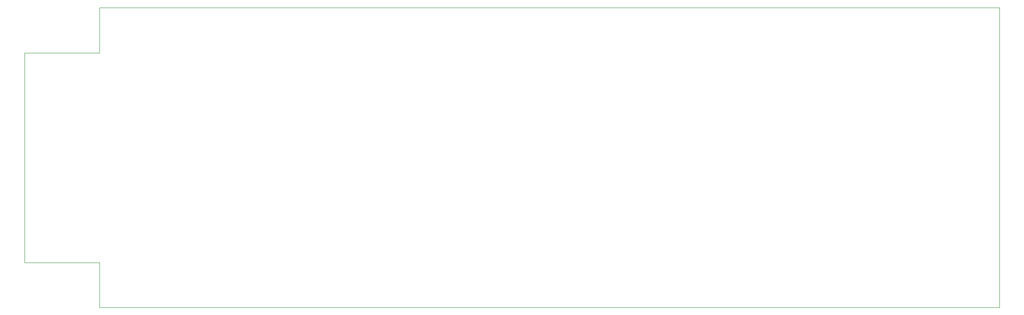
<source format=gbr>
G04 #@! TF.GenerationSoftware,KiCad,Pcbnew,5.1.5-52549c5~84~ubuntu18.04.1*
G04 #@! TF.CreationDate,2020-05-02T14:29:48+09:30*
G04 #@! TF.ProjectId,FrontEndMain,46726f6e-7445-46e6-944d-61696e2e6b69,rev?*
G04 #@! TF.SameCoordinates,Original*
G04 #@! TF.FileFunction,Profile,NP*
%FSLAX46Y46*%
G04 Gerber Fmt 4.6, Leading zero omitted, Abs format (unit mm)*
G04 Created by KiCad (PCBNEW 5.1.5-52549c5~84~ubuntu18.04.1) date 2020-05-02 14:29:48*
%MOMM*%
%LPD*%
G04 APERTURE LIST*
%ADD10C,0.050000*%
G04 APERTURE END LIST*
D10*
X54000000Y-94300000D02*
X54000000Y-103270000D01*
X54000000Y-94300000D02*
X54000000Y-94300000D01*
X54000000Y-52300000D02*
X54000000Y-43270000D01*
X39000000Y-94300000D02*
X54000000Y-94300000D01*
X39000000Y-52300000D02*
X39000000Y-94300000D01*
X49100000Y-52300000D02*
X39000000Y-52300000D01*
X54000000Y-52300000D02*
X49100000Y-52300000D01*
X234000000Y-103270000D02*
X54000000Y-103270000D01*
X234000000Y-43270000D02*
X234000000Y-103270000D01*
X54000000Y-43270000D02*
X234000000Y-43270000D01*
M02*

</source>
